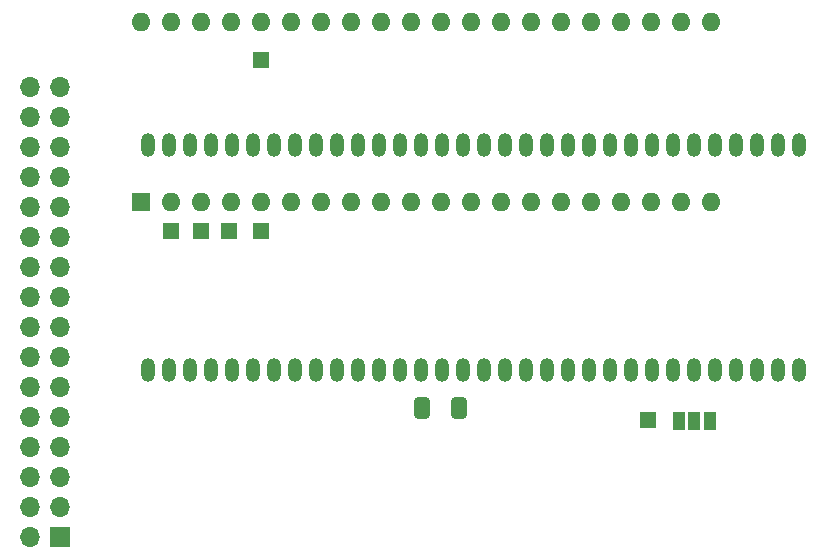
<source format=gbr>
%TF.GenerationSoftware,KiCad,Pcbnew,7.0.9-7.0.9~ubuntu20.04.1*%
%TF.CreationDate,2023-12-28T04:39:14+01:00*%
%TF.ProjectId,M50747_SDIP,4d353037-3437-45f5-9344-49502e6b6963,rev?*%
%TF.SameCoordinates,Original*%
%TF.FileFunction,Soldermask,Top*%
%TF.FilePolarity,Negative*%
%FSLAX46Y46*%
G04 Gerber Fmt 4.6, Leading zero omitted, Abs format (unit mm)*
G04 Created by KiCad (PCBNEW 7.0.9-7.0.9~ubuntu20.04.1) date 2023-12-28 04:39:14*
%MOMM*%
%LPD*%
G01*
G04 APERTURE LIST*
G04 Aperture macros list*
%AMRoundRect*
0 Rectangle with rounded corners*
0 $1 Rounding radius*
0 $2 $3 $4 $5 $6 $7 $8 $9 X,Y pos of 4 corners*
0 Add a 4 corners polygon primitive as box body*
4,1,4,$2,$3,$4,$5,$6,$7,$8,$9,$2,$3,0*
0 Add four circle primitives for the rounded corners*
1,1,$1+$1,$2,$3*
1,1,$1+$1,$4,$5*
1,1,$1+$1,$6,$7*
1,1,$1+$1,$8,$9*
0 Add four rect primitives between the rounded corners*
20,1,$1+$1,$2,$3,$4,$5,0*
20,1,$1+$1,$4,$5,$6,$7,0*
20,1,$1+$1,$6,$7,$8,$9,0*
20,1,$1+$1,$8,$9,$2,$3,0*%
G04 Aperture macros list end*
%ADD10R,1.000000X1.500000*%
%ADD11R,1.350000X1.350000*%
%ADD12RoundRect,0.250000X-0.412500X-0.650000X0.412500X-0.650000X0.412500X0.650000X-0.412500X0.650000X0*%
%ADD13R,1.600000X1.600000*%
%ADD14O,1.600000X1.600000*%
%ADD15R,1.700000X1.700000*%
%ADD16O,1.700000X1.700000*%
%ADD17O,1.200000X2.000000*%
G04 APERTURE END LIST*
D10*
%TO.C,JP1*%
X219296523Y-71206921D03*
X220596523Y-71206921D03*
X221896523Y-71206921D03*
%TD*%
D11*
%TO.C,J2*%
X216662000Y-71120000D03*
%TD*%
D12*
%TO.C,C1*%
X197535000Y-70104000D03*
X200660000Y-70104000D03*
%TD*%
D11*
%TO.C,J4*%
X183896000Y-40640000D03*
%TD*%
D13*
%TO.C,U3*%
X173736000Y-52730400D03*
D14*
X176276000Y-52730400D03*
X178816000Y-52730400D03*
X181356000Y-52730400D03*
X183896000Y-52730400D03*
X186436000Y-52730400D03*
X188976000Y-52730400D03*
X191516000Y-52730400D03*
X194056000Y-52730400D03*
X196596000Y-52730400D03*
X199136000Y-52730400D03*
X201676000Y-52730400D03*
X204216000Y-52730400D03*
X206756000Y-52730400D03*
X209296000Y-52730400D03*
X211836000Y-52730400D03*
X214376000Y-52730400D03*
X216916000Y-52730400D03*
X219456000Y-52730400D03*
X221996000Y-52730400D03*
X221996000Y-37490400D03*
X219456000Y-37490400D03*
X216916000Y-37490400D03*
X214376000Y-37490400D03*
X211836000Y-37490400D03*
X209296000Y-37490400D03*
X206756000Y-37490400D03*
X204216000Y-37490400D03*
X201676000Y-37490400D03*
X199136000Y-37490400D03*
X196596000Y-37490400D03*
X194056000Y-37490400D03*
X191516000Y-37490400D03*
X188976000Y-37490400D03*
X186436000Y-37490400D03*
X183896000Y-37490400D03*
X181356000Y-37490400D03*
X178816000Y-37490400D03*
X176276000Y-37490400D03*
X173736000Y-37490400D03*
%TD*%
D15*
%TO.C,J1*%
X166878000Y-81026000D03*
D16*
X164338000Y-81026000D03*
X166878000Y-78486000D03*
X164338000Y-78486000D03*
X166878000Y-75946000D03*
X164338000Y-75946000D03*
X166878000Y-73406000D03*
X164338000Y-73406000D03*
X166878000Y-70866000D03*
X164338000Y-70866000D03*
X166878000Y-68326000D03*
X164338000Y-68326000D03*
X166878000Y-65786000D03*
X164338000Y-65786000D03*
X166878000Y-63246000D03*
X164338000Y-63246000D03*
X166878000Y-60706000D03*
X164338000Y-60706000D03*
X166878000Y-58166000D03*
X164338000Y-58166000D03*
X166878000Y-55626000D03*
X164338000Y-55626000D03*
X166878000Y-53086000D03*
X164338000Y-53086000D03*
X166878000Y-50546000D03*
X164338000Y-50546000D03*
X166878000Y-48006000D03*
X164338000Y-48006000D03*
X166878000Y-45466000D03*
X164338000Y-45466000D03*
X166878000Y-42926000D03*
X164338000Y-42926000D03*
%TD*%
D11*
%TO.C,J7*%
X181229000Y-55118000D03*
%TD*%
%TO.C,J6*%
X183896000Y-55118000D03*
%TD*%
D17*
%TO.C,U1*%
X174371000Y-66929000D03*
X176149000Y-66929000D03*
X177927000Y-66929000D03*
X179705000Y-66929000D03*
X181483000Y-66929000D03*
X183261000Y-66929000D03*
X185039000Y-66929000D03*
X186817000Y-66929000D03*
X188595000Y-66929000D03*
X190373000Y-66929000D03*
X192151000Y-66929000D03*
X193929000Y-66929000D03*
X195707000Y-66929000D03*
X197485000Y-66929000D03*
X199263000Y-66929000D03*
X201041000Y-66929000D03*
X202819000Y-66929000D03*
X204597000Y-66929000D03*
X206375000Y-66929000D03*
X208153000Y-66929000D03*
X209931000Y-66929000D03*
X211709000Y-66929000D03*
X213487000Y-66929000D03*
X215265000Y-66929000D03*
X217043000Y-66929000D03*
X218821000Y-66929000D03*
X220599000Y-66929000D03*
X222377000Y-66929000D03*
X224155000Y-66929000D03*
X225933000Y-66929000D03*
X227711000Y-66929000D03*
X229489000Y-66929000D03*
X229489000Y-47879000D03*
X227711000Y-47879000D03*
X225933000Y-47879000D03*
X224155000Y-47879000D03*
X222377000Y-47879000D03*
X220599000Y-47879000D03*
X218821000Y-47879000D03*
X217043000Y-47879000D03*
X215265000Y-47879000D03*
X213487000Y-47879000D03*
X211709000Y-47879000D03*
X209931000Y-47879000D03*
X208153000Y-47879000D03*
X206375000Y-47879000D03*
X204597000Y-47879000D03*
X202819000Y-47879000D03*
X201041000Y-47879000D03*
X199263000Y-47879000D03*
X197485000Y-47879000D03*
X195707000Y-47879000D03*
X193929000Y-47879000D03*
X192151000Y-47879000D03*
X190373000Y-47879000D03*
X188595000Y-47879000D03*
X186817000Y-47879000D03*
X185039000Y-47879000D03*
X183261000Y-47879000D03*
X181483000Y-47879000D03*
X179705000Y-47879000D03*
X177927000Y-47879000D03*
X176149000Y-47879000D03*
X174371000Y-47879000D03*
%TD*%
D11*
%TO.C,J8*%
X176276000Y-55118000D03*
%TD*%
%TO.C,J3*%
X178816000Y-55118000D03*
%TD*%
M02*

</source>
